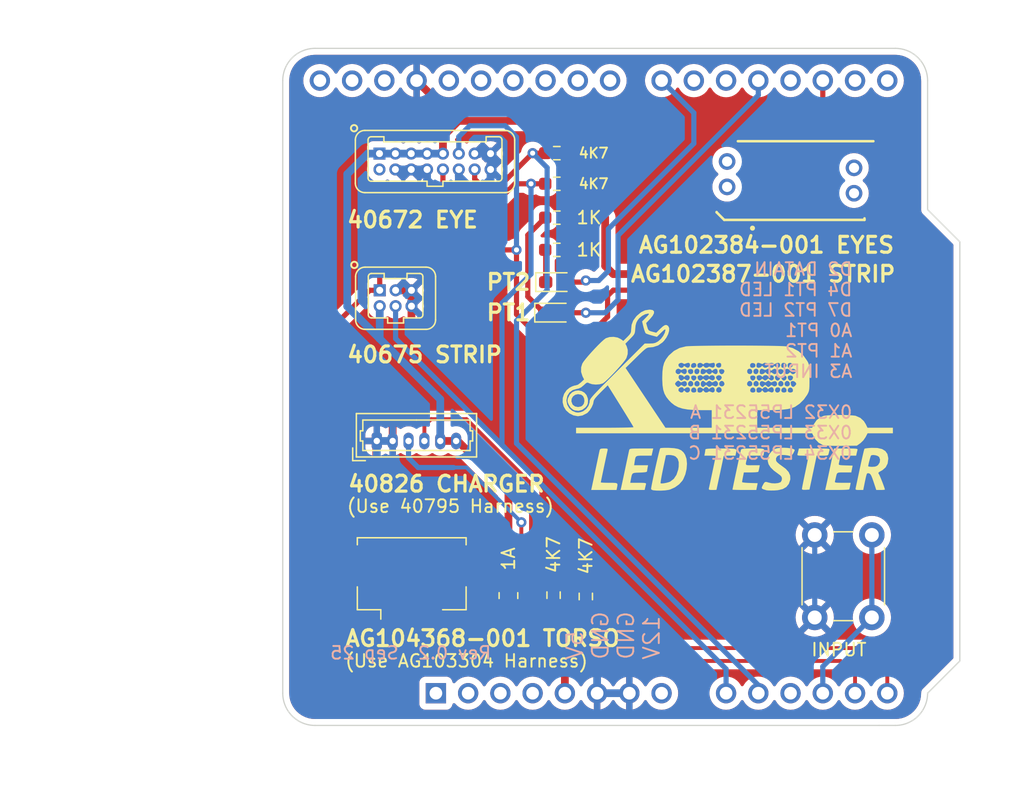
<source format=kicad_pcb>
(kicad_pcb (version 20211014) (generator pcbnew)

  (general
    (thickness 1.6)
  )

  (paper "A4")
  (layers
    (0 "F.Cu" signal)
    (31 "B.Cu" signal)
    (32 "B.Adhes" user "B.Adhesive")
    (33 "F.Adhes" user "F.Adhesive")
    (34 "B.Paste" user)
    (35 "F.Paste" user)
    (36 "B.SilkS" user "B.Silkscreen")
    (37 "F.SilkS" user "F.Silkscreen")
    (38 "B.Mask" user)
    (39 "F.Mask" user)
    (40 "Dwgs.User" user "User.Drawings")
    (41 "Cmts.User" user "User.Comments")
    (42 "Eco1.User" user "User.Eco1")
    (43 "Eco2.User" user "User.Eco2")
    (44 "Edge.Cuts" user)
    (45 "Margin" user)
    (46 "B.CrtYd" user "B.Courtyard")
    (47 "F.CrtYd" user "F.Courtyard")
    (48 "B.Fab" user)
    (49 "F.Fab" user)
    (50 "User.1" user)
    (51 "User.2" user)
    (52 "User.3" user)
    (53 "User.4" user)
    (54 "User.5" user)
    (55 "User.6" user)
    (56 "User.7" user)
    (57 "User.8" user)
    (58 "User.9" user)
  )

  (setup
    (stackup
      (layer "F.SilkS" (type "Top Silk Screen"))
      (layer "F.Paste" (type "Top Solder Paste"))
      (layer "F.Mask" (type "Top Solder Mask") (thickness 0.01))
      (layer "F.Cu" (type "copper") (thickness 0.035))
      (layer "dielectric 1" (type "core") (thickness 1.51) (material "FR4") (epsilon_r 4.5) (loss_tangent 0.02))
      (layer "B.Cu" (type "copper") (thickness 0.035))
      (layer "B.Mask" (type "Bottom Solder Mask") (thickness 0.01))
      (layer "B.Paste" (type "Bottom Solder Paste"))
      (layer "B.SilkS" (type "Bottom Silk Screen"))
      (copper_finish "None")
      (dielectric_constraints no)
    )
    (pad_to_mask_clearance 0)
    (pcbplotparams
      (layerselection 0x00010fc_ffffffff)
      (disableapertmacros false)
      (usegerberextensions false)
      (usegerberattributes true)
      (usegerberadvancedattributes true)
      (creategerberjobfile true)
      (svguseinch false)
      (svgprecision 6)
      (excludeedgelayer true)
      (plotframeref false)
      (viasonmask false)
      (mode 1)
      (useauxorigin false)
      (hpglpennumber 1)
      (hpglpenspeed 20)
      (hpglpendiameter 15.000000)
      (dxfpolygonmode true)
      (dxfimperialunits true)
      (dxfusepcbnewfont true)
      (psnegative false)
      (psa4output false)
      (plotreference true)
      (plotvalue true)
      (plotinvisibletext false)
      (sketchpadsonfab false)
      (subtractmaskfromsilk false)
      (outputformat 1)
      (mirror false)
      (drillshape 0)
      (scaleselection 1)
      (outputdirectory "gerbers")
    )
  )

  (net 0 "")
  (net 1 "unconnected-(A1-Pad1)")
  (net 2 "unconnected-(A1-Pad2)")
  (net 3 "unconnected-(A1-Pad3)")
  (net 4 "unconnected-(A1-Pad4)")
  (net 5 "/EYE_PT1")
  (net 6 "unconnected-(A1-Pad15)")
  (net 7 "unconnected-(A1-Pad16)")
  (net 8 "unconnected-(A1-Pad21)")
  (net 9 "unconnected-(A1-Pad23)")
  (net 10 "unconnected-(A1-Pad28)")
  (net 11 "unconnected-(A1-Pad30)")
  (net 12 "unconnected-(A1-Pad31)")
  (net 13 "unconnected-(A1-Pad32)")
  (net 14 "+5V")
  (net 15 "GND")
  (net 16 "/EYE_PT2")
  (net 17 "+12V")
  (net 18 "unconnected-(A1-Pad11)")
  (net 19 "/DATAIN")
  (net 20 "unconnected-(A1-Pad18)")
  (net 21 "unconnected-(A1-Pad24)")
  (net 22 "unconnected-(A1-Pad25)")
  (net 23 "unconnected-(J1-Pad9)")
  (net 24 "Net-(A1-Pad12)")
  (net 25 "/SDA")
  (net 26 "/SCL")
  (net 27 "Net-(A1-Pad19)")
  (net 28 "unconnected-(A1-Pad26)")
  (net 29 "unconnected-(A1-Pad27)")
  (net 30 "unconnected-(A1-Pad20)")
  (net 31 "Net-(A1-Pad22)")
  (net 32 "Net-(D7-Pad1)")
  (net 33 "Net-(D4-Pad1)")
  (net 34 "/5VFUSED")
  (net 35 "unconnected-(J3-Pad4)")
  (net 36 "unconnected-(J6-Pad2)")

  (footprint "footprints:LED_0603_1608Metric_Pad1.05x0.95mm_HandSolder" (layer "F.Cu") (at 186.615 95.75))

  (footprint "footprints:R_0603_1608Metric_Pad0.98x0.95mm_HandSolder" (layer "F.Cu") (at 186.69 88.265))

  (footprint "footprints:R_0603_1608Metric_Pad0.98x0.95mm_HandSolder" (layer "F.Cu") (at 186.69 90.805))

  (footprint "footprints:R_0603_1608Metric_Pad0.98x0.95mm_HandSolder" (layer "F.Cu") (at 186.436 118.0065 90))

  (footprint "Connector_Molex:Molex_PicoBlade_53047-0610_1x06_P1.25mm_Vertical" (layer "F.Cu") (at 172.508972 105.86))

  (footprint "footprints:R_0603_1608Metric_Pad0.98x0.95mm_HandSolder" (layer "F.Cu") (at 186.69 83.185 180))

  (footprint "footprints:Harwin_Gecko-G125-FVX1605L0X_2x08_P1.25mm_Vertical" (layer "F.Cu") (at 172.72 83.22))

  (footprint "footprints:R_0603_1608Metric_Pad0.98x0.95mm_HandSolder" (layer "F.Cu") (at 186.69 85.598 180))

  (footprint "footprints:R_0603_1608Metric_Pad0.98x0.95mm_HandSolder" (layer "F.Cu") (at 188.976 118.11 90))

  (footprint "footprints:Harwin_Gecko-G125-FVX0605L0X_2x03_P1.25mm_Vertical" (layer "F.Cu") (at 172.74 93.99))

  (footprint "footprints:R_0805_2012Metric_Pad1.20x1.40mm_HandSolder" (layer "F.Cu") (at 182.88 118.04 -90))

  (footprint "footprints:SAMTEC_UMPS-04-03.5-G-V-S-W-FR" (layer "F.Cu") (at 205.105 85.344))

  (footprint "footprints:SW_PUSH_6mm" (layer "F.Cu") (at 207.01 119.765 90))

  (footprint "footprints:LED_0603_1608Metric_Pad1.05x0.95mm_HandSolder" (layer "F.Cu") (at 186.69 93.345))

  (footprint "footprints:Logo" (layer "F.Cu") (at 200.152 102.616))

  (footprint "Connector_Molex:Molex_CLIK-Mate_502382-0470_1x04-1MP_P1.25mm_Vertical" (layer "F.Cu") (at 175.26 117.094))

  (footprint "footprints:Arduino_UNO_R3" (layer "B.Cu") (at 177.165 125.73))

  (gr_line (start 170.18 80.01) (end 170.18 130.81) (layer "Dwgs.User") (width 0.15) (tstamp 50a3cbd6-eb8b-4ef3-a6d5-ae19f401a619))
  (gr_line (start 213.36 73.66) (end 213.36 130.81) (layer "Dwgs.User") (width 0.15) (tstamp e0e37d80-f685-4b8f-b098-3a6b4e673379))
  (gr_arc (start 167.64 128.27) (mid 165.843949 127.526051) (end 165.1 125.73) (layer "Edge.Cuts") (width 0.1) (tstamp 0d02181f-e9b7-4d95-9465-675a27ed813f))
  (gr_arc (start 215.9 125.73) (mid 215.156051 127.526051) (end 213.36 128.27) (layer "Edge.Cuts") (width 0.1) (tstamp 40f4f794-f7e7-40ba-af4f-a10ada7c9adf))
  (gr_line (start 215.9 77.47) (end 215.9 87.63) (layer "Edge.Cuts") (width 0.1) (tstamp 41044d06-b57b-478a-a835-17806bfd7804))
  (gr_line (start 165.1 77.47) (end 165.1 125.73) (layer "Edge.Cuts") (width 0.1) (tstamp 415c54c1-16f0-4803-8864-f0a41bf07a39))
  (gr_line (start 215.9 87.63) (end 218.44 90.17) (layer "Edge.Cuts") (width 0.1) (tstamp 46faa36b-69c8-452a-973d-9db5601196c4))
  (gr_line (start 218.44 90.17) (end 218.44 123.19) (layer "Edge.Cuts") (width 0.1) (tstamp 4a32d9d9-ec61-4432-8013-4c225cedd7a2))
  (gr_line (start 167.64 74.93) (end 213.36 74.93) (layer "Edge.Cuts") (width 0.1) (tstamp 52d2b7a4-6756-4100-8485-643a3f8d3ebe))
  (gr_arc (start 213.36 74.93) (mid 215.156051 75.673949) (end 215.9 77.47) (layer "Edge.Cuts") (width 0.1) (tstamp 6117141f-3da6-44ef-a624-e2b003171da8))
  (gr_line (start 213.36 128.27) (end 212.09 128.27) (layer "Edge.Cuts") (width 0.1) (tstamp 7d3d7960-78d8-459f-b16d-cdbb5501bff8))
  (gr_line (start 167.64 128.27) (end 212.09 128.27) (layer "Edge.Cuts") (width 0.1) (tstamp cf122347-306c-4156-94b7-4f833b7e98cf))
  (gr_arc (start 165.1 77.47) (mid 165.843949 75.673949) (end 167.64 74.93) (layer "Edge.Cuts") (width 0.1) (tstamp cf952874-eea1-4638-9dc1-0b4e5294cf6f))
  (gr_line (start 218.44 123.19) (end 215.9 125.73) (layer "Edge.Cuts") (width 0.1) (tstamp fe75f1f1-9919-4cea-9381-f415e82ab93a))
  (gr_text "D2 DATAIN\nD4 PT1 LED\nD7 PT2 LED\nA0 PT1\nA1 PT2\nA3 INPUT\n\n0X32 LP55231 A\n0X33 LP55231 B\n0X34 LP55231 C" (at 210.058 99.568) (layer "B.SilkS") (tstamp 287e61b5-fb1f-4cf2-af3f-6b7033135e1a)
    (effects (font (size 1 1) (thickness 0.15)) (justify left mirror))
  )
  (gr_text "Rev 0.2  Sep 25" (at 181.61 122.555) (layer "B.SilkS") (tstamp 3124974e-5999-4df7-898f-677868d40912)
    (effects (font (size 1 1) (thickness 0.15)) (justify left mirror))
  )
  (gr_text "5V\nGND\nGND\n12V" (at 191.135 123.19 90) (layer "B.SilkS") (tstamp a6ca179e-0b02-47d0-9d17-4b472f38573b)
    (effects (font (size 1.25 1.25) (thickness 0.15)) (justify right mirror))
  )
  (gr_text "(Use 40795 Harness)" (at 178.308 110.998) (layer "F.SilkS") (tstamp 0560d5cb-88c7-4da2-9e21-0ce63513fcf4)
    (effects (font (size 1 1) (thickness 0.15)))
  )
  (gr_text "AG102387-001 STRIP" (at 202.946 92.71) (layer "F.SilkS") (tstamp 89db40f1-de0f-4f3f-918d-1b72b3531cf8)
    (effects (font (size 1.25 1.25) (thickness 0.25)))
  )
  (gr_text "(Use AG103304 Harness)" (at 179.578 123.19) (layer "F.SilkS") (tstamp 8c2e3eff-d665-4d68-89a0-80997c9eefed)
    (effects (font (size 1 1) (thickness 0.15)))
  )
  (dimension (type aligned) (layer "User.1") (tstamp d2b1fabc-1cb2-4e20-8c47-d56ccf82c8ca)
    (pts (xy 188.214 104.648) (xy 213.106 104.648))
    (height 5.587999)
    (gr_text "24.8920 mm" (at 200.66 109.085999) (layer "User.1") (tstamp d2b1fabc-1cb2-4e20-8c47-d56ccf82c8ca)
      (effects (font (size 1 1) (thickness 0.15)))
    )
    (format (units 3) (units_format 1) (precision 4))
    (style (thickness 0.15) (arrow_length 1.27) (text_position_mode 0) (extension_height 0.58642) (extension_offset 0.5) keep_text_aligned)
  )

  (segment (start 178.816 86.614) (end 177.72 85.518) (width 0.4064) (layer "F.Cu") (net 5) (tstamp 607561bb-eeec-4164-a988-9650cea031ef))
  (segment (start 184.658 85.598) (end 183.388 85.598) (width 0.4064) (layer "F.Cu") (net 5) (tstamp 708704fe-48a8-45fc-8c24-7ad099bc7c27))
  (segment (start 182.372 86.614) (end 178.816 86.614) (width 0.4064) (layer "F.Cu") (net 5) (tstamp 8afa8cac-a176-4425-a11b-66f30ea20cae))
  (segment (start 177.72 85.518) (end 177.72 84.47) (width 0.4064) (layer "F.Cu") (net 5) (tstamp 97e76b78-cb41-4209-83af-1ba7ec26edaa))
  (segment (start 185.7775 85.598) (end 184.658 85.598) (width 0.4064) (layer "F.Cu") (net 5) (tstamp e28bf168-19c4-473a-bed2-5fdf4d51debb))
  (segment (start 183.388 85.598) (end 182.372 86.614) (width 0.4064) (layer "F.Cu") (net 5) (tstamp ee2ff250-a531-4ab4-a65b-6b426b57e939))
  (via (at 184.658 85.598) (size 0.8) (drill 0.4) (layers "F.Cu" "B.Cu") (net 5) (tstamp 69913467-eb89-41bd-b8c9-ab169cb9fea2))
  (segment (start 184.658 92.71) (end 184.658 85.598) (width 0.4064) (layer "B.Cu") (net 5) (tstamp 04af9131-1c32-402f-b6e6-b253b376399b))
  (segment (start 182.372 106.172) (end 182.372 94.996) (width 0.4064) (layer "B.Cu") (net 5) (tstamp 250f4ace-24fa-4bf7-ab18-747b615da305))
  (segment (start 200.025 123.825) (end 200.025 125.73) (width 0.4064) (layer "B.Cu") (net 5) (tstamp 51e179ee-085a-41cc-8932-847179c2169e))
  (segment (start 182.5625 106.3625) (end 173.99 97.79) (width 0.4064) (layer "B.Cu") (net 5) (tstamp 644f1b54-e2e5-4d3d-8812-575dc771f027))
  (segment (start 182.5625 106.3625) (end 200.025 123.825) (width 0.4064) (layer "B.Cu") (net 5) (tstamp 9b3fe1d5-d7cd-4a2e-a2a6-9551dcf40013))
  (segment (start 182.372 94.996) (end 184.658 92.71) (width 0.4064) (layer "B.Cu") (net 5) (tstamp 9c78d69b-bf59-4cc3-b118-cb2a089acac2))
  (segment (start 182.5625 106.3625) (end 182.372 106.172) (width 0.4064) (layer "B.Cu") (net 5) (tstamp bbb44472-1cb7-49e7-88a0-9b205a5b390c))
  (segment (start 173.99 97.79) (end 173.99 95.24) (width 0.4064) (layer "B.Cu") (net 5) (tstamp c292d9a1-df3b-4861-b402-7274436e64ac))
  (segment (start 187.325 125.73) (end 187.325 123.825) (width 0.6096) (layer "F.Cu") (net 14) (tstamp a1433093-d7fd-4035-b6a2-f2a8923dae2f))
  (segment (start 182.88 119.38) (end 182.88 119.04) (width 0.6096) (layer "F.Cu") (net 14) (tstamp ae9057a0-a2e0-407e-9322-ffdec88954e7))
  (segment (start 187.325 123.825) (end 182.88 119.38) (width 0.6096) (layer "F.Cu") (net 14) (tstamp f90e60b9-31d1-4886-8e75-428ad2fde0bf))
  (segment (start 187.6025 88.265) (end 187.325 88.265) (width 0.4064) (layer "F.Cu") (net 15) (tstamp 19626acc-9173-4db6-8df1-b9c4a2b2949b))
  (segment (start 187.6025 88.265) (end 187.6025 90.805) (width 0.4064) (layer "F.Cu") (net 15) (tstamp 1bea88a4-6c15-40a1-9d49-d4c2dd4c1b5e))
  (segment (start 175.24 96.246) (end 175.24 95.24) (width 0.6096) (layer "F.Cu") (net 15) (tstamp 273a571a-76b2-4171-90b2-32fd47894e39))
  (segment (start 173.758972 105.86) (end 173.758972 97.767028) (width 0.6096) (layer "F.Cu") (net 15) (tstamp 2c5ff641-29c1-476f-89e1-37af5c6a91c9))
  (segment (start 178.054 87.376) (end 176.47 85.792) (width 0.4064) (layer "F.Cu") (net 15) (tstamp 53540474-b7ce-4c10-99ea-40dd0b3bbb05))
  (segment (start 187.325 88.265) (end 186.055 86.995) (width 0.4064) (layer "F.Cu") (net 15) (tstamp 56260d6a-6e7e-474a-b253-c4f669aa0ed6))
  (segment (start 204.105 81.677) (end 204.105 85.344) (width 0.6096) (layer "F.Cu") (net 15) (tstamp 66f9eaa1-dcc4-4d12-a33b-9530e6283b52))
  (segment (start 175.26 96.266) (end 175.24 96.246) (width 0.6096) (layer "F.Cu") (net 15) (tstamp 6e537015-ef27-4375-854a-a6a29ffad9af))
  (segment (start 184.785 86.995) (end 184.404 87.376) (width 0.4064) (layer "F.Cu") (net 15) (tstamp 6f15b4be-78ff-4aeb-89b7-8f3272601305))
  (segment (start 172.847 110.363) (end 173.385 110.901) (width 0.6096) (layer "F.Cu") (net 15) (tstamp 7a601917-25c1-40c9-9a6a-7f4fd39f0e8d))
  (segment (start 173.99 93.99) (end 175.24 93.99) (width 0.6096) (layer "F.Cu") (net 15) (tstamp 7ec2b703-cf46-4eda-a035-feb66bf0c3be))
  (segment (start 201.6284 79.2004) (end 204.105 81.677) (width 0.6096) (layer "F.Cu") (net 15) (tstamp 93f1d570-a842-46c2-8557-0105cacd5e71))
  (segment (start 175.645 77.47) (end 177.3754 79.2004) (width 0.6096) (layer "F.Cu") (net 15) (tstamp 9cf67c0d-6bc7-4670-9142-60987641055b))
  (segment (start 173.758972 97.767028) (end 175.26 96.266) (width 0.6096) (layer "F.Cu") (net 15) (tstamp a25e3553-d257-4ee8-87af-a8a6a53eb256))
  (segment (start 173.385 110.901) (end 173.385 119.044) (width 0.6096) (layer "F.Cu") (net 15) (tstamp ae096fc9-1540-4d62-900d-0235492f274e))
  (segment (start 184.404 87.376) (end 178.054 87.376) (width 0.4064) (layer "F.Cu") (net 15) (tstamp c3d3f87e-9dd0-4b95-9751-a42f37114cac))
  (segment (start 176.47 85.792) (end 176.47 84.47) (width 0.4064) (layer "F.Cu") (net 15) (tstamp ce5bc6c7-f3f2-4200-9b03-a1ac20d95008))
  (segment (start 172.847 110.363) (end 172.466 109.982) (width 0.6096) (layer "F.Cu") (net 15) (tstamp d54d0dbc-f70e-449e-bb71-cbe1c7d1f132))
  (segment (start 172.466 105.902972) (end 172.508972 105.86) (width 0.6096) (layer "F.Cu") (net 15) (tstamp e17ecd33-22d1-4c1b-bfd9-cfba31bd3fcb))
  (segment (start 177.3754 79.2004) (end 201.6284 79.2004) (width 0.6096) (layer "F.Cu") (net 15) (tstamp eec6eb90-dbec-4945-bbde-ad49a3ecd9d1))
  (segment (start 172.466 109.982) (end 172.466 105.902972) (width 0.6096) (layer "F.Cu") (net 15) (tstamp f4066e8e-f478-4a4d-9792-61325761682e))
  (segment (start 186.055 86.995) (end 184.785 86.995) (width 0.4064) (layer "F.Cu") (net 15) (tstamp f8c43884-a7f0-46e5-8ce3-2d1b8f695e9f))
  (segment (start 175.24 95.24) (end 175.24 93.99) (width 0.6096) (layer "F.Cu") (net 15) (tstamp feb1d5fa-cc0c-451d-b5e4-d12d7afc0f5b))
  (segment (start 172.508972 119.168972) (end 172.508972 105.86) (width 0.6096) (layer "B.Cu") (net 15) (tstamp 0533c08c-e618-4405-a0b8-ad0fe1a78bab))
  (segment (start 189.865 123.825) (end 187.96 121.92) (width 0.6096) (layer "B.Cu") (net 15) (tstamp 077cf553-c80a-4e75-85e8-6a31b8c20e71))
  (segment (start 173.97 84.47) (end 175.22 84.47) (width 0.6096) (layer "B.Cu") (net 15) (tstamp 11580daf-bec3-41c9-8cda-f0b6102e9ba5))
  (segment (start 176.47 85.284) (end 176.47 84.47) (width 0.6096) (layer "B.Cu") (net 15) (tstamp 1440f09a-3cd0-42b7-9280-0f34adad0fa4))
  (segment (start 178.562 85.852) (end 177.038 85.852) (width 0.6096) (layer "B.Cu") (net 15) (tstamp 28c24e0e-6336-4423-b14f-c5b504838d73))
  (segment (start 181.47 83.22) (end 181.47 84.47) (width 0.6096) (layer "B.Cu") (net 15) (tstamp 2ba54ed7-3ee5-45f7-83b3-f3b4cd3ccdbb))
  (segment (start 172.508972 105.86) (end 173.758972 105.86) (width 0.6096) (layer "B.Cu") (net 15) (tstamp 2da63144-d819-4db2-a8d5-fe550ec1bb30))
  (segment (start 178.97 84.47) (end 178.97 85.444) (width 0.6096) (layer "B.Cu") (net 15) (tstamp 36409e14-cf7e-4072-9739-00ed2083f0db))
  (segment (start 180.848 85.852) (end 179.832 85.852) (width 0.6096) (layer "B.Cu") (net 15) (tstamp 46ff849c-e779-4fd1-8b63-b6fd1bc57da2))
  (segment (start 187.96 121.92) (end 175.26 121.92) (width 0.6096) (layer "B.Cu") (net 15) (tstamp 603caab5-5af0-4f08-afd4-6b86afa2f1d6))
  (segment (start 177.038 85.852) (end 176.47 85.284) (width 0.6096) (layer "B.Cu") (net 15) (tstamp 6ef364a6-892a-4696-9643-3d40358fe428))
  (segment (start 180.22 83.22) (end 181.47 83.22) (width 0.6096) (layer "B.Cu") (net 15) (tstamp 6f1827a8-d90a-4ec6-9a55-cbd66ff4e2e5))
  (segment (start 179.832 85.852) (end 178.97 84.99) (width 0.6096) (layer "B.Cu") (net 15) (tstamp 8b99d91e-3a1e-4925-aeda-ac5f6ac3ae97))
  (segment (start 189.865 125.73) (end 189.865 123.825) (width 0.6096) (layer "B.Cu") (net 15) (tstamp a9577d46-5c61-4acc-8195-6c7c016f1a35))
  (segment (start 207.01 113.265) (end 207.01 119.765) (width 0.4064) (layer "B.Cu") (net 15) (tstamp b153b37c-7942-44c0-b500-e6d6b4d50e94))
  (segment (start 175.26 121.92) (end 172.508972 119.168972) (width 0.6096) (layer "B.Cu") (net 15) (tstamp bb81813f-ca98-4f61-b3d4-b8cb6d408646))
  (segment (start 181.47 84.47) (end 181.47 85.23) (width 0.6096) (layer "B.Cu") (net 15) (tstamp cbc491e8-fb5c-4bad-9dc7-83680ca86fff))
  (segment (start 175.22 84.47) (end 176.47 84.47) (width 0.6096) (layer "B.Cu") (net 15) (tstamp d72fabf6-30ed-47dd-8e28-4df3987e2fb5))
  (segment (start 192.405 125.73) (end 189.865 125.73) (width 0.6096) (layer "B.Cu") (net 15) (tstamp e0ec70ab-e1ad-47b2-9d50-e3f93123d93d))
  (segment (start 181.47 85.23) (end 180.848 85.852) (width 0.6096) (layer "B.Cu") (net 15) (tstamp e393b615-3fd0-4239-aba9-94d15e4bc9d1))
  (segment (start 178.97 85.444) (end 178.562 85.852) (width 0.6096) (layer "B.Cu") (net 15) (tstamp e482eaaf-d685-42bc-bb25-7916a823b23b))
  (segment (start 178.97 84.99) (end 178.97 84.47) (width 0.6096) (layer "B.Cu") (net 15) (tstamp fbe5ff65-c27c-4c76-b5e5-4e9b7174fc77))
  (segment (start 180.22 85.224) (end 180.22 84.47) (width 0.4064) (layer "F.Cu") (net 16) (tstamp 122eee0c-9b03-4e2a-8283-1892d73a4985))
  (segment (start 180.848 85.852) (end 180.22 85.224) (width 0.4064) (layer "F.Cu") (net 16) (tstamp 4d861dc9-9fab-4223-9c11-9fbe996709f8))
  (segment (start 184.785 83.185) (end 182.118 85.852) (width 0.4064) (layer "F.Cu") (net 16) (tstamp 5bc21f7c-aab1-4233-a5b5-2ade0f8c8598))
  (segment (start 185.7775 83.185) (end 184.785 83.185) (width 0.4064) (layer "F.Cu") (net 16) (tstamp d8639e09-0179-46fe-9668-aca0061db31b))
  (segment (start 182.118 85.852) (end 180.848 85.852) (width 0.4064) (layer "F.Cu") (net 16) (tstamp e98b487b-dcc7-4ab2-a16a-de7894fc5eaf))
  (via (at 184.785 83.185) (size 0.8) (drill 0.4) (layers "F.Cu" "B.Cu") (net 16) (tstamp 50c8744e-49bf-4aeb-91df-4d18f600cef1))
  (segment (start 202.565 125.095) (end 202.565 125.73) (width 0.4064) (layer "B.Cu") (net 16) (tstamp 125ff753-db67-4dd9-9ec9-f07f2a780bca))
  (segment (start 183.515 96.393) (end 185.928 93.98) (width 0.4064) (layer "B.Cu") (net 16) (tstamp 279ae228-b9f0-4384-976c-5860b80ce428))
  (segment (start 185.928 93.98) (end 185.928 84.328) (width 0.4064) (layer "B.Cu") (net 16) (tstamp 64cdf79a-af00-4dbf-9bc5-de7e7c252ec7))
  (segment (start 183.515 106.045) (end 202.565 125.095) (width 0.4064) (layer "B.Cu") (net 16) (tstamp 98e6cbd5-2c8b-488e-a75e-f23e0549bbfc))
  (segment (start 185.928 84.328) (end 184.785 83.185) (width 0.4064) (layer "B.Cu") (net 16) (tstamp c4021ecb-adb6-4591-a120-88d18cada293))
  (segment (start 183.515 96.393) (end 183.515 106.045) (width 0.4064) (layer "B.Cu") (net 16) (tstamp e6b26110-3ec5-4d81-837f-0862806b3b64))
  (segment (start 202.692 93.98) (end 191.135 93.98) (width 0.4064) (layer "F.Cu") (net 19) (tstamp 03d303fa-9d6e-4a3f-89f0-f748e10d2087))
  (segment (start 207.645 80.645) (end 207.645 77.47) (width 0.4064) (layer "F.Cu") (net 19) (tstamp 04ea3057-1808-4535-9f02-bc0eb5c47aa3))
  (segment (start 168.656 97.282) (end 168.656 119.888) (width 0.4064) (layer "F.Cu") (net 19) (tstamp 08e85317-bb81-4e3a-930a-9482a4bc0515))
  (segment (start 190.6905 94.4245) (end 190.6905 96.0755) (width 0.4064) (layer "F.Cu") (net 19) (tstamp 22a686ab-e840-4f74-9e5b-32cb97f2b307))
  (segment (start 190.6905 96.0755) (end 189.738 97.028) (width 0.4064) (layer "F.Cu") (net 19) (tstamp 270eb3fa-4b38-474a-96d2-839bc82a7a16))
  (segment (start 191.135 93.98) (end 190.6905 94.4245) (width 0.4064) (layer "F.Cu") (net 19) (tstamp 2782950d-e78e-421b-918d-46485773069f))
  (segment (start 168.656 119.888) (end 170.18 121.412) (width 0.4064) (layer "F.Cu") (net 19) (tstamp 38068ea1-0eda-41c0-a982-47d98910dd9c))
  (segment (start 175.885 120.533) (end 175.885 119.044) (width 0.4064) (layer "F.Cu") (net 19) (tstamp 4d1d4b4c-e9c5-4576-9ec9-3338e4ec046d))
  (segment (start 206.105 82.185) (end 206.105 85.344) (width 0.4064) (layer "F.Cu") (net 19) (tstamp 500314fe-72e8-4737-97d8-97e6ac80fe93))
  (segment (start 170.18 121.412) (end 175.006 121.412) (width 0.4064) (layer "F.Cu") (net 19) (tstamp 5f2eeeb3-2bd1-43c8-a031-1f4b14eb1af4))
  (segment (start 172.74 92.944) (end 174.879 90.805) (width 0.4064) (layer "F.Cu") (net 19) (tstamp 65e06bca-dcf9-4d9e-a775-d03628457a4e))
  (segment (start 189.738 97.028) (end 184.658 97.028) (width 0.4064) (layer "F.Cu") (net 19) (tstamp 6aa16bfc-a287-4bb2-a152-8445027daa6f))
  (segment (start 183.515 95.885) (end 183.515 90.805) (width 0.4064) (layer "F.Cu") (net 19) (tstamp 72ef8b10-5495-4541-bb72-b68bdd079319))
  (segment (start 174.879 90.805) (end 183.515 90.805) (width 0.4064) (layer "F.Cu") (net 19) (tstamp 8966e557-3e13-4bdc-a0ce-e5adc2289e25))
  (segment (start 168.656 97.282) (end 171.948 93.99) (width 0.4064) (layer "F.Cu") (net 19) (tstamp 9796e25b-720a-460e-97fd-c736a3b365a8))
  (segment (start 184.658 97.028) (end 183.515 95.885) (width 0.4064) (layer "F.Cu") (net 19) (tstamp 98443732-0193-462c-8e74-e17ccb166a07))
  (segment (start 202.692 93.98) (end 206.105 90.567) (width 0.4064) (layer "F.Cu") (net 19) (tstamp a6c3d54e-24ed-4445-bbf1-79b691ebe86c))
  (segment (start 175.006 121.412) (end 175.885 120.533) (width 0.4064) (layer "F.Cu") (net 19) (tstamp a8a72fee-3b43-4efa-80f8-59ceafa37eed))
  (segment (start 206.105 90.567) (end 206.105 85.344) (width 0.4064) (layer "F.Cu") (net 19) (tstamp b26cdb9e-1b6a-4bd2-b9f7-59084f8b1e10))
  (segment (start 171.948 93.99) (end 172.74 93.99) (width 0.4064) (layer "F.Cu") (net 19) (tstamp bcd7dc43-e11d-4bf8-9f7a-040a84c6bd22))
  (segment (start 172.74 93.99) (end 172.74 92.944) (width 0.4064) (layer "F.Cu") (net 19) (tstamp cc6e92a6-92aa-4f3a-8f68-9f26d360aebc))
  (segment (start 206.105 82.185) (end 207.645 80.645) (width 0.4064) (layer "F.Cu") (net 19) (tstamp e820a413-862a-4ae4-956c-c43def8b4c45))
  (via (at 183.515 90.805) (size 0.8) (drill 0.4) (layers "F.Cu" "B.Cu") (net 19) (tstamp 8cfd0d93-eb9f-4eba-8dc9-fb7a6f3d4749))
  (segment (start 183.515 81.915) (end 183.515 90.805) (width 0.4064) (layer "B.Cu") (net 19) (tstamp 46fc270a-3aed-44fc-86a9-606b48ada9b7))
  (segment (start 182.626 81.026) (end 183.515 81.915) (width 0.4064) (layer "B.Cu") (net 19) (tstamp 7d8fd8cb-fd1d-495d-8940-40bc16a5a5ae))
  (segment (start 178.97 83.22) (end 178.97 81.888) (width 0.4064) (layer "B.Cu") (net 19) (tstamp bd324568-e04d-41f5-961c-059b3891b248))
  (segment (start 178.97 81.888) (end 179.832 81.026) (width 0.4064) (layer "B.Cu") (net 19) (tstamp dbccf501-179d-4c35-a9b4-ac23dafc467b))
  (segment (start 179.832 81.026) (end 182.626 81.026) (width 0.4064) (layer "B.Cu") (net 19) (tstamp eb2811f6-9f1b-49fa-a604-ea0b0941f0a1))
  (segment (start 211.51 113.265) (end 211.51 119.765) (width 0.4064) (layer "B.Cu") (net 24) (tstamp 6a82e8a6-12c9-4fdd-aad8-c61d73250228))
  (segment (start 207.645 125.73) (end 207.645 123.63) (width 0.4064) (layer "B.Cu") (net 24) (tstamp 7bf5dae4-41da-46bd-9a25-3bf6ad988644))
  (segment (start 207.645 123.63) (end 211.51 119.765) (width 0.4064) (layer "B.Cu") (net 24) (tstamp 9518625c-8b18-4a5f-847a-fae8064298ec))
  (segment (start 183.896 115.57) (end 183.896 112.268) (width 0.3048) (layer "F.Cu") (net 25) (tstamp 267780fa-7a64-4c1e-abd3-5f2eb98071af))
  (segment (start 190.6814 118.0374) (end 187.3794 118.0374) (width 0.3048) (layer "F.Cu") (net 25) (tstamp 2a9708b7-a26d-4b5c-890c-d4a7f302c1bc))
  (segment (start 185.42 117.094) (end 183.896 115.57) (width 0.3048) (layer "F.Cu") (net 25) (tstamp 31a70a79-1bea-4361-8019-2142f057c9cc))
  (segment (start 209.042 123.19) (end 195.834 123.19) (width 0.3048) (layer "F.Cu") (net 25) (tstamp 5ba77773-b436-42d6-b1d3-c1305dbc36f5))
  (segment (start 210.185 125.73) (end 210.185 124.333) (width 0.3048) (layer "F.Cu") (net 25) (tstamp 7ada1b51-f91f-4a2b-b0bc-c5ba307350cb))
  (segment (start 187.3794 118.0374) (end 186.436 117.094) (width 0.3048) (layer "F.Cu") (net 25) (tstamp 9297d678-7aaa-4d69-870c-0ed962a53c39))
  (segment (start 186.436 117.094) (end 185.42 117.094) (width 0.3048) (layer "F.Cu") (net 25) (tstamp c3d2fb95-1506-471b-a9ce-ba23b68753cc))
  (segment (start 210.185 124.333) (end 209.042 123.19) (width 0.3048) (layer "F.Cu") (net 25) (tstamp c84566c0-bde0-42ec-943d-36297f6988d1))
  (segment (start 195.834 123.19) (end 190.6814 118.0374) (width 0.3048) (layer "F.Cu") (net 25) (tstamp f289a067-8d1e-488e-9a88-a85d1be5bf26))
  (via (at 183.896 112.268) (size 0.8) (drill 0.4) (layers "F.Cu" "B.Cu") (net 25) (tstamp 80630d7f-a881-4208-b79f-cc320761fe53))
  (segment (start 175.008972 105.86) (end 175.008972 107.190972) (width 0.4064) (layer "B.Cu") (net 25) (tstamp 2f5334c2-530e-461d-8f18-7e733858bb41))
  (segment (start 175.008972 107.190972) (end 175.768 107.95) (width 0.4064) (layer "B.Cu") (net 25) (tstamp 62038df3-c0b0-49df-92fb-849a0d1d2a4a))
  (segment (start 183.896 112.268) (end 179.578 107.95) (width 0.3048) (layer "B.Cu") (net 25) (tstamp 761e1003-80c2-4fea-828f-23c8a2e5120d))
  (segment (start 179.578 107.95) (end 178.562 107.95) (width 0.3048) (layer "B.Cu") (net 25) (tstamp 86461e4c-c8e0-4d5e-8d0b-a485bdf6d1ba))
  (segment (start 175.768 107.95) (end 178.562 107.95) (width 0.4064) (layer "B.Cu") (net 25) (tstamp c6068739-3393-4fed-8023-e3d51004c000))
  (segment (start 188.976 117.1975) (end 187.861245 117.1975) (width 0.3048) (layer "F.Cu") (net 26) (tstamp 00d81a45-fa74-4b57-a0ed-4239bbe61bd1))
  (segment (start 176.784 104.14) (end 176.258972 104.665028) (width 0.3048) (layer "F.Cu") (net 26) (tstamp 34098519-7484-4e0b-96a8-7da4e827cfb2))
  (segment (start 191.1115 117.1975) (end 188.976 117.1975) (width 0.3048) (layer "F.Cu") (net 26) (tstamp 401095a8-dd50-4fe5-97e6-33749302b85c))
  (segment (start 176.258972 104.665028) (end 176.258972 105.86) (width 0.3048) (layer "F.Cu") (net 26) (tstamp 4f3ee621-5e69-4415-baff-c3e9fcdb6fa7))
  (segment (start 184.658 109.22) (end 179.578 104.14) (width 0.3048) (layer "F.Cu") (net 26) (tstamp 579454f6-560a-487a-8aed-d75ad5032808))
  (segment (start 212.725 124.079) (end 210.82 122.174) (width 0.3048) (layer "F.Cu") (net 26) (tstamp 7a5874e1-b5a7-4fa6-8fad-1cb3a40d28ee))
  (segment (start 187.861245 117.1975) (end 186.741745 116.078) (width 0.3048) (layer "F.Cu") (net 26) (tstamp 7d3ea4d8-4fdc-43e4-9146-9ebd713a52e2))
  (segment (start 212.725 125.73) (end 212.725 124.079) (width 0.3048) (layer "F.Cu") (net 26) (tstamp 94971cf8-4f6c-4334-842f-ca66b62777f1))
  (segment (start 196.088 122.174) (end 191.1115 117.1975) (width 0.3048) (layer "F.Cu") (net 26) (tstamp c88aa5e0-3212-4e87-a349-a8f2d02950ac))
  (segment (start 186.741745 116.078) (end 185.42 116.078) (width 0.3048) (layer "F.Cu") (net 26) (tstamp d125cfda-7c75-4260-8cca-ce3d76ec007f))
  (segment (start 210.82 122.174) (end 196.088 122.174) (width 0.3048) (layer "F.Cu") (net 26) (tstamp d55600db-e680-4b62-9497-4f60081ba22e))
  (segment (start 179.578 104.14) (end 176.784 104.14) (width 0.3048) (layer "F.Cu") (net 26) (tstamp ee20128b-d691-4a49-b98a-8959305c88d2))
  (segment (start 185.42 116.078) (end 184.658 115.316) (width 0.3048) (layer "F.Cu") (net 26) (tstamp f91223ac-c8a6-4ac4-a1ae-5cab1af63daf))
  (segment (start 184.658 115.316) (end 184.658 109.22) (width 0.3048) (layer "F.Cu") (net 26) (tstamp ffd47eb3-47b2-4307-8b60-1f9a22d2e25e))
  (segment (start 187.498 95.758) (end 187.49 95.75) (width 0.4064) (layer "F.Cu") (net 27) (tstamp 1ebffe52-129d-4723-ad42-cecbceaa0c21))
  (segment (start 188.976 95.758) (end 187.498 95.758) (width 0.4064) (layer "F.Cu") (net 27) (tstamp 8a2843a6-6b25-4351-b7be-3045563b025e))
  (via (at 188.976 95.758) (size 0.8) (drill 0.4) (layers "F.Cu" "B.Cu") (net 27) (tstamp e8cf3e00-ad70-4ca4-b18d-dbe355bdcdb0))
  (segment (start 202.565 78.613) (end 202.565 77.47) (width 0.4064) (layer "B.Cu") (net 27) (tstamp 0f786d5c-f04b-477e-9cb2-0c36684ca69a))
  (segment (start 191.516 89.662) (end 202.565 78.613) (width 0.4064) (layer "B.Cu") (net 27) (tstamp 10f68e7d-d555-4fde-9567-d5c9878b33ff))
  (segment (start 190.5 95.758) (end 191.516 94.742) (width 0.4064) (layer "B.Cu") (net 27) (tstamp 63df0539-032a-4d44-876a-fbeed5047ec1))
  (segment (start 188.976 95.758) (end 190.5 95.758) (width 0.4064) (layer "B.Cu") (net 27) (tstamp 87e70ff5-73e4-4b47-bf08-07298b14a686))
  (segment (start 191.516 94.742) (end 191.516 89.662) (width 0.4064) (layer "B.Cu") (net 27) (tstamp ada02594-cbac-4c79-b398-3f36c3290a7d))
  (segment (start 187.565 93.345) (end 188.849 93.345) (width 0.4064) (layer "F.Cu") (net 31) (tstamp 57e5d3aa-216b-4b74-9764-8a3b0491f671))
  (segment (start 188.849 93.345) (end 188.976 93.218) (width 0.4064) (layer "F.Cu") (net 31) (tstamp e3fa13c7-7709-4a27-9f73-7bcc8997a943))
  (via (at 188.976 93.218) (size 0.8) (drill 0.4) (layers "F.Cu" "B.Cu") (net 31) (tstamp 97c50cdb-25c4-4b7f-9d68-cc8c8dcd50aa))
  (segment (start 197.485 82.423) (end 197.485 80.01) (width 0.4064) (layer "B.Cu") (net 31) (tstamp 64801c7b-08a1-43ff-b7d9-32e4fa52f3ec))
  (segment (start 188.976 93.218) (end 189.992 93.218) (width 0.4064) (layer "B.Cu") (net 31) (tstamp 79f65310-ba79-4ae3-9926-846ce016df78))
  (segment (start 190.754 89.154) (end 197.485 82.423) (width 0.4064) (layer "B.Cu") (net 31) (tstamp 7eb431b2-d356-4219-ad8c-6b9b109b9df5))
  (segment (start 189.992 93.218) (end 190.754 92.456) (width 0.4064) (layer "B.Cu") (net 31) (tstamp a7336342-70ea-4245-84fd-f22fa3b98aee))
  (segment (start 190.754 92.456) (end 190.754 89.154) (width 0.4064) (layer "B.Cu") (net 31) (tstamp e75799b2-0aa9-4313-83e8-9d80a48ac96f))
  (segment (start 197.485 80.01) (end 194.945 77.47) (width 0.4064) (layer "B.Cu") (net 31) (tstamp ee5dc34b-5b5d-4ca0-bceb-3f9d407c35f5))
  (segment (start 185.815 93.345) (end 185.815 90.8425) (width 0.4064) (layer "F.Cu") (net 32) (tstamp a8cd8f0c-39d8-49da-8be8-abd0802b33f5))
  (segment (start 185.815 90.8425) (end 185.7775 90.805) (width 0.4064) (layer "F.Cu") (net 32) (tstamp f571a1a0-cf46-4345-9678-d7b58ccd608a))
  (segment (start 184.404 89.6385) (end 185.7775 88.265) (width 0.4064) (layer "F.Cu") (net 33) (tstamp 33877298-1b3c-442e-8958-2528570219d8))
  (segment (start 185.74 95.75) (end 185.666 95.75) (width 0.4064) (layer "F.Cu") (net 33) (tstamp 5302021a-42fc-4340-bc4b-18ba6b010322))
  (segment (start 184.404 94.488) (end 184.404 89.6385) (width 0.4064) (layer "F.Cu") (net 33) (tstamp c1dd1ab0-d5c4-485e-ad30-afb0d6403610))
  (segment (start 185.666 95.75) (end 184.404 94.488) (width 0.4064) (layer "F.Cu") (net 33) (tstamp ddadc71c-9f9c-43f9-916c-34c0070310c6))
  (segment (start 182.88 117.04) (end 181.664 117.04) (width 0.6096) (layer "F.Cu") (net 34) (tstamp 1122f2e2-77df-4520-87ea-3a3279789467))
  (segment (start 181.664 117.04) (end 179.578 119.126) (width 0.6096) (layer "F.Cu") (net 34) (tstamp 1d81bb3a-3808-4f48-a805-5cd87f2b61b3))
  (segment (start 177.72 81.868) (end 177.72 83.22) (width 0.6096) (layer "F.Cu") (net 34) (tstamp 1ec58824-3751-45a6-906a-b5f190e9cdb9))
  (segment (start 187.6025 83.185) (end 187.6025 82.1925) (width 0.6096) (layer "F.Cu") (net 34) (tstamp 26d9da07-db05-4435-8d71-4284723ab3ce))
  (segment (start 190.5 88.265) (end 187.96 85.725) (width 0.6096) (layer "F.Cu") (net 34) (tstamp 2e099b63-3d80-492e-93f5-714d7d36bc61))
  (segment (start 179.578 119.126) (end 179.578 120.65) (width 0.6096) (layer "F.Cu") (net 34) (tstamp 30c1b1c2-e171-4bb9-a590-edd6fc663b2d))
  (segment (start 179.07 121.158) (end 177.546 121.158) (width 0.6096) (layer "F.Cu") (net 34) (tstamp 3a1148e3-2829-434a-86e1-9bac49f7732b))
  (segment (start 187.6025 85.725) (end 187.6025 83.185) (width 0.6096) (layer "F.Cu") (net 34) (tstamp 3a7e3ab1-b6f9-480a-bce3-509914033485))
  (segment (start 177.135 120.747) (end 177.135 119.044) (width 0.6096) (layer "F.Cu") (net 34) (tstamp 3fc00b6f-760d-4b65-8a9a-6c9a50f4299e))
  (segment (start 178.758972 105.86) (end 178.885 105.86) (width 0.6096) (layer "F.Cu") (net 34) (tstamp 443aa2e3-1a96-407a-a964-76780dcfe10d))
  (segment (start 183.08 117.04) (end 185.08 119.04) (width 0.6096) (layer "F.Cu") (net 34) (tstamp 563b599e-afa1-4230-a326-26a265dc2656))
  (segment (start 191.135 92.71) (end 190.5 92.075) (width 0.6096) (layer "F.Cu") (net 34) (tstamp 642efe8c-2425-4f6f-b378-d1a5af378113))
  (segment (start 185.08 119.04) (end 186.055 119.04) (width 0.6096) (layer "F.Cu") (net 34) (tstamp 74998d0e-9327-46bf-8deb-f81b7815d464))
  (segment (start 190.5 92.075) (end 190.5 88.265) (width 0.6096) (layer "F.Cu") (net 34) (tstamp 7b4c3cde-c5a7-40a8-a0eb-24e0c54187a0))
  (segment (start 178.943 80.645) (end 177.72 81.868) (width 0.6096) (layer "F.Cu") (net 34) (tstamp 7e5b1d6c-8cd6-4525-9dcc-3030ab66435c))
  (segment (start 177.508972 105.86) (end 178.758972 105.86) (width 0.6096) (layer "F.Cu") (net 34) (tstamp 82ffd927-00f3-4c85-aa2e-52114d825c21))
  (segment (start 188.8725 118.919) (end 188.976 119.0225) (width 0.4064) (layer "F.Cu") (net 34) (tstamp 8e52ec52-9a16-49d5-b6ff-93496da9646e))
  (segment (start 186.436 118.919) (end 188.8725 118.919) (width 0.4064) (layer "F.Cu") (net 34) (tstamp 98b1d29a-b03d-4fc5-af43-2ba8c2e0957a))
  (segment (start 182.88 117.04) (end 183.08 117.04) (width 0.6096) (layer "F.Cu") (net 34) (tstamp 9d1da34b-cd10-42c0-96a4-2a005b904f15))
  (segment (start 178.943 80.645) (end 186.055 80.645) (width 0.6096) (layer "F.Cu") (net 34) (tstamp a64777eb-f3cb-4a8e-99cd-ceb801e549e8))
  (segment (start 198.882 92.71) (end 191.135 92.71) (width 0.6096) (layer "F.Cu") (net 34) (tstamp b311a905-1263-40cf-aaa2-3b800c73f246))
  (segment (start 178.885 105.86) (end 182.88 109.855) (width 0.6096) (layer "F.Cu") (net 34) (tstamp bb74046a-874f-4f55-b516-7ef2fd85e676))
  (segment (start 187.96 85.725) (end 187.6025 85.725) (width 0.6096) (layer "F.Cu") (net 34) (tstamp c703a6c0-9b21-4b45-9753-099e49c74ad6))
  (segment (start 187.6025 82.1925) (end 186.055 80.645) (width 0.6096) (layer "F.Cu") (net 34) (tstamp cb0e04c3-6c0f-4bb5-8922-e155c0d4cd81))
  (segment (start 182.88 109.855) (end 182.88 117.04) (width 0.6096) (layer "F.Cu") (net 34) (tstamp d2f297ea-5dac-4646-bf24-8c7aca43567e))
  (segment (start 198.882 92.71) (end 202.105 89.487) (width 0.6096) (layer "F.Cu") (net 34) (tstamp d98c54ee-e093-40eb-a5db-6d8deca24b6a))
  (segment (start 177.546 121.158) (end 177.135 120.747) (width 0.6096) (layer "F.Cu") (net 34) (tstamp e38cb7cb-0d04-41c3-bdeb-3443420fb707))
  (segment (start 202.105 89.487) (end 202.105 85.344) (width 0.6096) (layer "F.Cu") (net 34) (tstamp e667fe96-be5a-46fa-a213-ab8e8b0ead26))
  (segment (start 179.578 120.65) (end 179.07 121.158) (width 0.6096) (layer "F.Cu") (net 34) (tstamp f35f7eb8-1f84-45e1-8500-7aed3e756da4))
  (segment (start 171.796 83.22) (end 172.72 83.22) (width 0.6096) (layer "B.Cu") (net 34) (tstamp 05cd6abd-e984-4eb8-9cfa-cf709f96c7e0))
  (segment (start 172.72 97.79) (end 172.74 97.77) (width 0.6096) (layer "B.Cu") (net 34) (tstamp 15093850-8cc6-4773-86e7-ec4c7136698f))
  (segment (start 177.508972 105.86) (end 177.508972 102.578972) (width 0.6096) (layer "B.Cu") (net 34) (tstamp 307fc23c-018f-48d5-9d41-e0a4b3575b2b))
  (segment (start 172.72 83.22) (end 173.97 83.22) (width 0.6096) (layer "B.Cu") (net 34) (tstamp 3a99287e-7245-4f90-91b1-3498eda5dce9))
  (segment (start 172.72 97.79) (end 177.508972 102.578972) (width 0.6096) (layer "B.Cu") (net 34) (tstamp 437747b3-29d4-4b5f-a522-9998236727cd))
  (segment (start 170.18 95.25) (end 170.18 84.836) (width 0.6096) (layer "B.Cu") (net 34) (tstamp 6adddf26-583d-4665-8d2d-8ce5bcae5b19))
  (segment (start 172.72 97.79) (end 170.18 95.25) (width 0.6096) (layer "B.Cu") (net 34) (tstamp 8248f571-7e76-4bb7-86c7-51a7173e35aa))
  (segment (start 170.18 84.836) (end 171.796 83.22) (width 0.6096) (layer "B.Cu") (net 34) (tstamp 94c9b17d-54fd-41db-a5df-6ecc7acd653c))
  (segment (start 173.97 83.22) (end 175.22 83.22) (width 0.6096) (layer "B.Cu") (net 34) (tstamp 9683d1d1-bd1f-4aa7-81bc-020a07ec2fc0))
  (segment (start 176.47 83.22) (end 177.72 83.22) (width 0.6096) (layer "B.Cu") (net 34) (tstamp c035947d-c221-4a38-9f2f-7c62f662d118))
  (segment (start 175.22 83.22) (end 176.47 83.22) (width 0.6096) (layer "B.Cu") (net 34) (tstamp dbfaabad-7e7c-43d4-a696-1ece4ba32971))
  (segment (start 172.74 97.77) (end 172.74 95.24) (width 0.6096) (layer "B.Cu") (net 34) (tstamp e44427a0-9309-4543-ad2f-8f11887aa6ab))

  (zone (net 15) (net_name "GND") (layer "F.Cu") (tstamp 7436cb66-102d-4c0d-916b-eca0165a80cd) (hatch edge 0.508)
    (connect_pads (clearance 0.508))
    (min_thickness 0.254) (filled_areas_thickness no)
    (fill yes (thermal_gap 0.508) (thermal_bridge_width 0.508))
    (polygon
      (pts
        (xy 220.98 132.08)
        (xy 162.56 132.08)
        (xy 162.56 73.66)
        (xy 220.98 73.66)
      )
    )
    (filled_polygon
      (layer "F.Cu")
      (pts
        (xy 213.330018 75.44)
        (xy 213.344851 75.44231)
        (xy 213.344855 75.44231)
        (xy 213.353724 75.443691)
        (xy 213.362626 75.442527)
        (xy 213.362629 75.442527)
        (xy 213.370012 75.441561)
        (xy 213.394591 75.440767)
        (xy 213.421442 75.442527)
        (xy 213.616922 75.45534)
        (xy 213.633262 75.457491)
        (xy 213.755478 75.481801)
        (xy 213.877696 75.506112)
        (xy 213.893606 75.510375)
        (xy 214.1296 75.590484)
        (xy 214.144826 75.596791)
        (xy 214.368342 75.707016)
        (xy 214.382616 75.715257)
        (xy 214.589829 75.853713)
        (xy 214.602905 75.863746)
        (xy 214.790278 76.028068)
        (xy 214.801932 76.039722)
        (xy 214.966254 76.227095)
        (xy 214.976287 76.240171)
        (xy 215.114743 76.447384)
        (xy 215.122984 76.461658)
        (xy 215.233209 76.685174)
        (xy 215.239515 76.700398)
        (xy 215.319625 76.936394)
        (xy 215.323889 76.952307)
        (xy 215.372509 77.196738)
        (xy 215.37466 77.213078)
        (xy 215.388763 77.428236)
        (xy 215.387733 77.45135)
        (xy 215.38769 77.454854)
        (xy 215.386309 77.463724)
        (xy 215.387473 77.472626)
        (xy 215.387473 77.472628)
        (xy 215.390436 77.495283)
        (xy 215.3915 77.511621)
        (xy 215.3915 87.558928)
        (xy 215.390145 87.571058)
        (xy 215.390627 87.571097)
        (xy 215.389907 87.580044)
        (xy 215.387926 87.5888)
        (xy 215.388722 87.601629)
        (xy 215.391258 87.642508)
        (xy 215.3915 87.65031)
        (xy 215.3915 87.666513)
        (xy 215.392136 87.670953)
        (xy 215.392984 87.676878)
        (xy 215.394013 87.686928)
        (xy 215.39483 87.700089)
        (xy 215.396945 87.734177)
        (xy 215.399994 87.742623)
        (xy 215.400593 87.745514)
        (xy 215.404822 87.76248)
        (xy 215.405648 87.765305)
        (xy 215.40692 87.774187)
        (xy 215.426522 87.817298)
        (xy 215.430327 87.826647)
        (xy 215.446404 87.871181)
        (xy 215.451699 87.878429)
        (xy 215.45308 87.881027)
        (xy 215.461915 87.896145)
        (xy 215.463494 87.898614)
        (xy 215.467208 87.906782)
        (xy 215.473064 87.913578)
        (xy 215.498115 87.942652)
        (xy 215.504401 87.950569)
        (xy 215.509548 87.957615)
        (xy 215.509553 87.95762)
        (xy 215.512425 87.961552)
        (xy 215.5234 87.972527)
        (xy 215.529758 87.979375)
        (xy 215.55453 88.008124)
        (xy 215.562287 88.017127)
        (xy 215.569822 88.022011)
        (xy 215.576066 88.027458)
        (xy 215.587931 88.037058)
        (xy 217.894595 90.343723)
        (xy 217.928621 90.406035)
        (xy 217.9315 90.432818)
        (xy 217.9315 122.927182)
        (xy 217.911498 122.995303)
        (xy 217.894595 123.016277)
        (xy 215.590696 125.320177)
        (xy 215.581156 125.3278)
        (xy 215.58147 125.328168)
        (xy 215.574634 125.333986)
        (xy 215.567042 125.338776)
        (xy 215.5611 125.345504)
        (xy 215.531407 125.379125)
        (xy 215.526061 125.384812)
        (xy 215.514618 125.396255)
        (xy 215.508978 125.40378)
        (xy 215.508341 125.40463)
        (xy 215.501967 125.412459)
        (xy 215.470622 125.447951)
        (xy 215.466808 125.456074)
        (xy 215.465174 125.458562)
        (xy 215.456186 125.473523)
        (xy 215.454771 125.476108)
        (xy 215.449384 125.483295)
        (xy 215.44035 125.507393)
        (xy 215.432759 125.527642)
        (xy 215.428833 125.536958)
        (xy 215.408719 125.5798)
        (xy 215.407338 125.588669)
        (xy 215.406472 125.591502)
        (xy 215.402042 125.608389)
        (xy 215.401408 125.611274)
        (xy 215.398255 125.619684)
        (xy 215.39759 125.628639)
        (xy 215.394747 125.666896)
        (xy 215.393593 125.676945)
        (xy 215.392415 125.684514)
        (xy 215.386309 125.723724)
        (xy 215.387473 125.732626)
        (xy 215.387437 125.735596)
        (xy 215.387924 125.753008)
        (xy 215.388127 125.755984)
        (xy 215.387461 125.764941)
        (xy 215.388418 125.769423)
        (xy 215.388427 125.776889)
        (xy 215.37466 125.986922)
        (xy 215.372509 126.003262)
        (xy 215.323889 126.247693)
        (xy 215.319625 126.263606)
        (xy 215.239516 126.4996)
        (xy 215.233209 126.514826)
        (xy 215.122984 126.738342)
        (xy 215.114743 126.752616)
        (xy 214.976287 126.959829)
        (xy 214.966254 126.972905)
        (xy 214.801932 127.160278)
        (xy 214.790278 127.171932)
        (xy 214.602905 127.336254)
        (xy 214.589829 127.346287)
        (xy 214.382616 127.484743)
        (xy 214.368342 127.492984)
        (xy 214.144826 127.603209)
        (xy 214.129602 127.609515)
        (xy 213.893606 127.689625)
        (xy 213.877696 127.693888)
        (xy 213.755477 127.718199)
        (xy 213.633262 127.742509)
        (xy 213.616922 127.74466)
        (xy 213.468134 127.754413)
        (xy 213.401763 127.758763)
        (xy 213.37865 127.757733)
        (xy 213.375146 127.75769)
        (xy 213.366276 127.756309)
        (xy 213.357374 127.757473)
        (xy 213.357372 127.757473)
        (xy 213.343915 127.759233)
        (xy 213.334714 127.760436)
        (xy 213.318379 127.7615)
        (xy 167.689367 127.7615)
        (xy 167.669982 127.76)
        (xy 167.655149 127.75769)
        (xy 167.655145 127.75769)
        (xy 167.646276 127.756309)
        (xy 167.637374 127.757473)
        (xy 167.637371 127.757473)
        (xy 167.629988 127.758439)
        (xy 167.605409 127.759233)
        (xy 167.560799 127.756309)
        (xy 167.383078 127.74466)
        (xy 167.366738 127.742509)
        (xy 167.244523 127.718199)
        (xy 167.122304 127.693888)
        (xy 167.106394 127.689625)
        (xy 166.870398 127.609515)
        (xy 166.855174 127.603209)
        (xy 166.631658 127.492984)
        (xy 166.617384 127.484743)
        (xy 166.410171 127.346287)
        (xy 166.397095 127.336254)
        (xy 166.209722 127.171932)
        (xy 166.198068 127.160278)
        (xy 166.033746 126.972905)
        (xy 166.023713 126.959829)
        (xy 165.885257 126.752616)
        (xy 165.877016 126.738342)
        (xy 165.766791 126.514826)
        (xy 165.760484 126.4996)
        (xy 165.680375 126.263606)
        (xy 165.676111 126.247693)
        (xy 165.627491 126.003262)
        (xy 165.62534 125.986922)
        (xy 165.611476 125.775407)
        (xy 165.61265 125.752232)
        (xy 165.612334 125.752204)
        (xy 165.61277 125.747344)
        (xy 165.613576 125.742552)
        (xy 165.613729 125.73)
        (xy 165.609773 125.702376)
        (xy 165.6085 125.684514)
        (xy 165.6085 119.925521)
        (xy 167.940055 119.925521)
        (xy 167.94136 119.932997)
        (xy 167.94136 119.933)
        (xy 167.951096 119.988783)
        (xy 167.952059 119.995308)
        (xy 167.953592 120.007974)
        (xy 167.959768 120.059011)
        (xy 167.962454 120.066119)
        (xy 167.963019 120.068419)
        (xy 167.967686 120.08548)
        (xy 167.968366 120.087734)
        (xy 167.969672 120.095215)
        (xy 167.994076 120.150807)
        (xy 167.995475 120.153995)
        (xy 167.997967 120.160102)
        (xy 168.020657 120.220149)
        (xy 168.024956 120.226404)
        (xy 168.026049 120.228495)
        (xy 168.034655 120.243957)
        (xy 168.035858 120.245991)
        (xy 168.038911 120.252946)
        (xy 168.043534 120.258971)
        (xy 168.043537 120.258976)
        (xy 168.077988 120.303874)
        (xy 168.081864 120.309209)
        (xy 168.113918 120.355847)
        (xy 168.113923 120.355853)
        (xy 168.118225 120.362112)
        (xy 168.153902 120.393899)
        (xy 168.164973 120.403763)
        (xy 168.170249 120.408744)
        (xy 169.65622 121.894716)
        (xy 169.662073 121.900981)
        (xy 169.700282 121.944781)
        (xy 169.7065 121.949151)
        (xy 169.752793 121.981686)
        (xy 169.758089 121.985619)
        (xy 169.802631 122.020544)
        (xy 169.802635 122.020546)
        (xy 169.808612 122.025233)
        (xy 169.815534 122.028358)
        (xy 169.817563 122.029587)
        (xy 169.83291 122.03834)
        (xy 169.834998 122.039459)
        (xy 169.841216 122.04383)
        (xy 169.848295 122.04659)
        (xy 169.848297 122.046591)
        (xy 169.876945 122.05776)
        (xy 169.901019 122.067146)
        (xy 169.907095 122.0697)
        (xy 169.913352 122.072525)
        (xy 169.965609 122.09612)
        (xy 169.973079 122.097504)
        (xy 169.975334 122.098211)
        (xy 169.992318 122.103049)
        (xy 169.994627 122.103642)
        (xy 170.001708 122.106403)
        (xy 170.009237 122.107394)
        (xy 170.00924 122.107395)
        (xy 170.065356 122.114783)
        (xy 170.07187 122.115815)
        (xy 170.127515 122.126128)
        (xy 170.127516 122.126128)
        (xy 170.134983 122.127512)
        (xy 170.142563 122.127075)
        (xy 170.142564 122.127075)
        (xy 170.197469 122.123909)
        (xy 170.204722 122.1237)
        (xy 174.97697 122.1237)
        (xy 174.98554 122.123992)
        (xy 175.035946 122.127429)
        (xy 175.03595 122.127429)
        (xy 175.043521 122.127945)
        (xy 175.050997 122.12664)
        (xy 175.051 122.12664)
        (xy 175.106783 122.116904)
        (xy 175.113308 122.115941)
        (xy 175.169467 122.109145)
        (xy 175.169468 122.109145)
        (xy 175.177011 122.108232)
        (xy 175.184119 122.105546)
        (xy 175.186419 122.104981)
        (xy 175.20348 122.100314)
        (xy 175.205734 122.099634)
        (xy 175.213215 122.098328)
        (xy 175.272005 122.072521)
        (xy 175.278102 122.070033)
        (xy 175.331047 122.050027)
        (xy 175.33105 122.050026)
        (xy 175.338149 122.047343)
        (xy 175.344404 122.043044)
        (xy 175.346495 122.041951)
        (xy 175.361957 122.033345)
        (xy 175.363991 122.032142)
        (xy 175.370946 122.029089)
        (xy 175.376971 122.024466)
        (xy 175.376976 122.024463)
        (xy 175.421874 121.990012)
        (xy 175.427209 121.986136)
        (xy 175.473847 121.954082)
        (xy 175.473853 121.954077)
        (xy 175.480112 121.949775)
        (xy 175.521754 121.903037)
        (xy 175.526735 121.89776)
        (xy 176.254394 121.170102)
        (xy 176.316706 121.136077)
        (xy 176.387522 121.141142)
        (xy 176.443048 121.181971)
        (xy 176.463168 121.207909)
        (xy 176.470462 121.218364)
        (xy 176.493589 121.255376)
        (xy 176.498554 121.260375)
        (xy 176.498555 121.260377)
        (xy 176.522356 121.284344)
        (xy 176.522953 121.284982)
        (xy 176.523473 121.285653)
        (xy 176.549731 121.311911)
        (xy 176.581509 121.343911)
        (xy 176.622159 121.384846)
        (xy 176.6232 121.385506)
        (xy 176.624435 121.386615)
        (xy 176.964289 121.726469)
        (xy 176.965218 121.727406)
        (xy 177.004826 121.767852)
        (xy 177.028718 121.79225)
        (xy 177.034636 121.796064)
        (xy 177.034641 121.796068)
        (xy 177.065407 121.815895)
        (xy 177.07576 121.823334)
        (xy 177.109869 121.850563)
        (xy 177.116209 121.853628)
        (xy 177.116214 121.853631)
        (xy 177.140279 121.865265)
        (xy 177.153692 121.872792)
        (xy 177.176164 121.887274)
        (xy 177.176171 121.887277)
        (xy 177.18209 121.891092)
        (xy 177.18871 121.893502)
        (xy 177.188711 121.893502)
        (xy 177.195852 121.896101)
        (xy 177.223111 121.906023)
        (xy 177.234848 121.910981)
        (xy 177.243675 121.915248)
        (xy 177.267801 121.926911)
        (xy 177.267803 121.926912)
        (xy 177.274144 121.929977)
        (xy 177.307064 121.937577)
        (xy 177.321799 121.941943)
        (xy 177.346928 121.951089)
        (xy 177.346934 121.951091)
        (xy 177.353549 121.953498)
        (xy 177.374203 121.956107)
        (xy 177.396859 121.958969)
        (xy 177.4094 121.961203)
        (xy 177.45193 121.971022)
        (xy 177.458976 121.971047)
        (xy 177.458979 121.971047)
        (xy 177.492741 121.971165)
        (xy 177.493634 121.971195)
        (xy 177.49447 121.9713)
        (xy 177.531406 121.9713)
        (xy 177.531846 121.971301)
        (xy 177.630846 121.971647)
        (xy 177.630853 121.971647)
        (xy 177.634392 121.971659)
        (xy 177.635598 121.971389)
        (xy 177.637247 121.9713)
        (xy 179.060783 121.9713)
        (xy 179.062104 121.971307)
        (xy 179.152709 121.972256)
        (xy 179.19537 121.963032)
        (xy 179.207949 121.960972)
        (xy 179.244329 121.956892)
        (xy 179.244332 121.956891)
        (xy 179.251325 121.956107)
        (xy 179.283226 121.944998)
        (xy 179.298036 121.940836)
        (xy 179.331051 121.933698)
        (xy 179.339031 121.929977)
        (xy 179.370619 121.915248)
        (xy 179.382429 121.910452)
        (xy 179.423639 121.896101)
        (xy 179.452283 121.878202)
        (xy 179.465792 121.870867)
        (xy 179.496419 121.856585)
        (xy 179.53091 121.829831)
        (xy 179.541366 121.822537)
        (xy 179.5724 121.803145)
        (xy 179.578376 121.799411)
        (xy 179.607344 121.770644)
        (xy 179.607982 121.770047)
        (xy 179.608653 121.769527)
        (xy 179.634911 121.743269)
        (xy 179.65234 121.725961)
        (xy 179.705335 121.673335)
        (xy 179.705339 121.673331)
        (xy 179.707846 121.670841)
        (xy 179.708506 121.6698)
        (xy 179.709615 121.668565)
        (xy 180.146469 121.231711)
        (xy 180.147406 121.230782)
        (xy 180.207218 121.17221)
        (xy 180.207219 121.172209)
        (xy 180.21225 121.167282)
        (xy 180.216064 121.161364)
        (xy 180.216068 121.161359)
        (xy 180.235895 121.130593)
        (xy 180.243334 121.12024)
        (xy 180.26617 121.091634)
        (xy 180.270563 121.086131)
        (xy 180.285266 121.055717)
        (xy 180.292791 121.042307)
        (xy 180.307275 121.019833)
        (xy 180.307276 121.019832)
        (xy 180.311092 121.01391)
        (xy 180.326024 120.972885)
        (xy 180.330984 120.961143)
        (xy 180.349976 120.921856)
        (xy 180.357574 120.888947)
        (xy 180.361942 120.8742)
        (xy 180.373498 120.842451)
        (xy 180.378971 120.799126)
        (xy 180.381204 120.786597)
        (xy 180.389438 120.750935)
        (xy 180.389439 120.750927)
        (xy 180.391022 120.74407)
        (xy 180.391165 120.703261)
        (xy 180.391194 120.702368)
        (xy 180.3913 120.70153)
        (xy 180.3913 120.664315)
        (xy 180.391349 120.650202)
        (xy 180.391646 120.565141)
        (xy 180.391646 120.565136)
        (xy 180.391658 120.561608)
        (xy 180.391389 120.560405)
        (xy 180.3913 120.55876)
        (xy 180.3913 119.51507)
        (xy 180.411302 119.446949)
        (xy 180.428205 119.425975)
        (xy 181.486276 118.367904)
        (xy 181.548588 118.333878)
        (xy 181.619403 118.338943)
        (xy 181.676239 118.38149)
        (xy 181.70105 118.44801)
        (xy 181.694964 118.496665)
        (xy 181.682203 118.535139)
        (xy 181.681503 118.541975)
        (xy 181.681502 118.541978)
        (xy 181.681265 118.544289)
        (xy 181.6715 118.6396)
        (xy 181.6715 119.4404)
        (xy 181.671837 119.443646)
        (xy 181.671837 119.44365)
        (xy 181.680128 119.523554)
        (xy 181.682474 119.546166)
        (xy 181.684655 119.552702)
        (xy 181.684655 119.552704)
        (xy 181.698167 119.593204)
        (xy 181.73845 119.713946)
        (xy 181.831522 119.864348)
        (xy 181.956697 119.989305)

... [424254 chars truncated]
</source>
